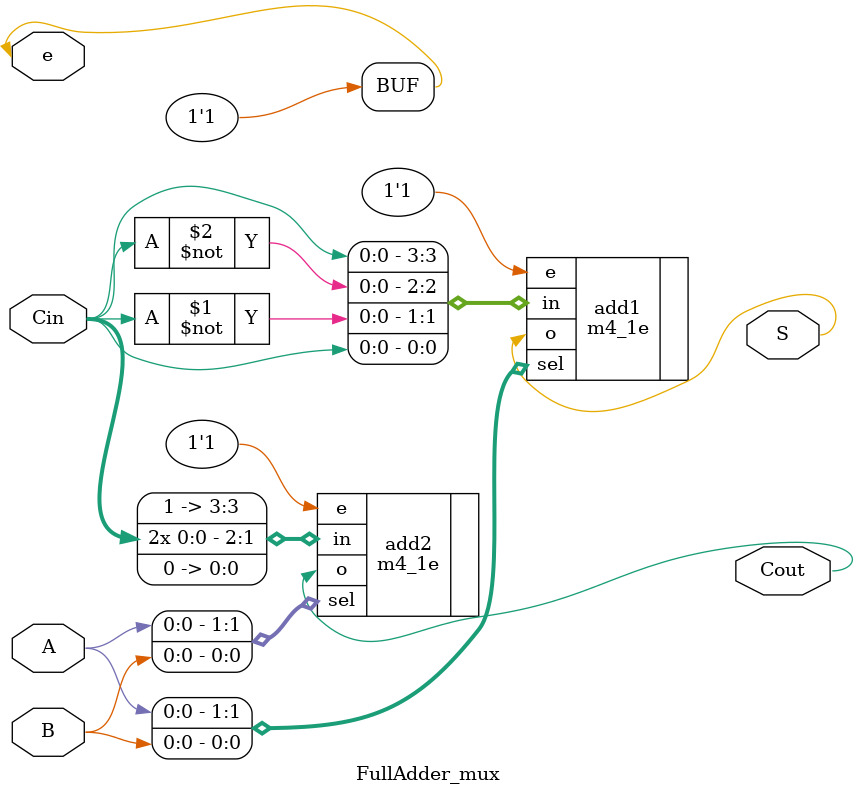
<source format=v>
`timescale 1ns / 1ps


module FullAdder_mux(
    input A,
    input B,
    input Cin,
    input e,
    
    output S,
    output Cout
    );
    
    assign e = 1'b1;
    
    //sum
    m4_1e add1(.e(e), .in({Cin, ~Cin, ~Cin, Cin}), .sel({A, B}), .o(S));
    //carry bit
    m4_1e add2(.e(e), .in({1'b1, Cin, Cin, 1'b0}), .sel({A, B}), .o(Cout));
endmodule

</source>
